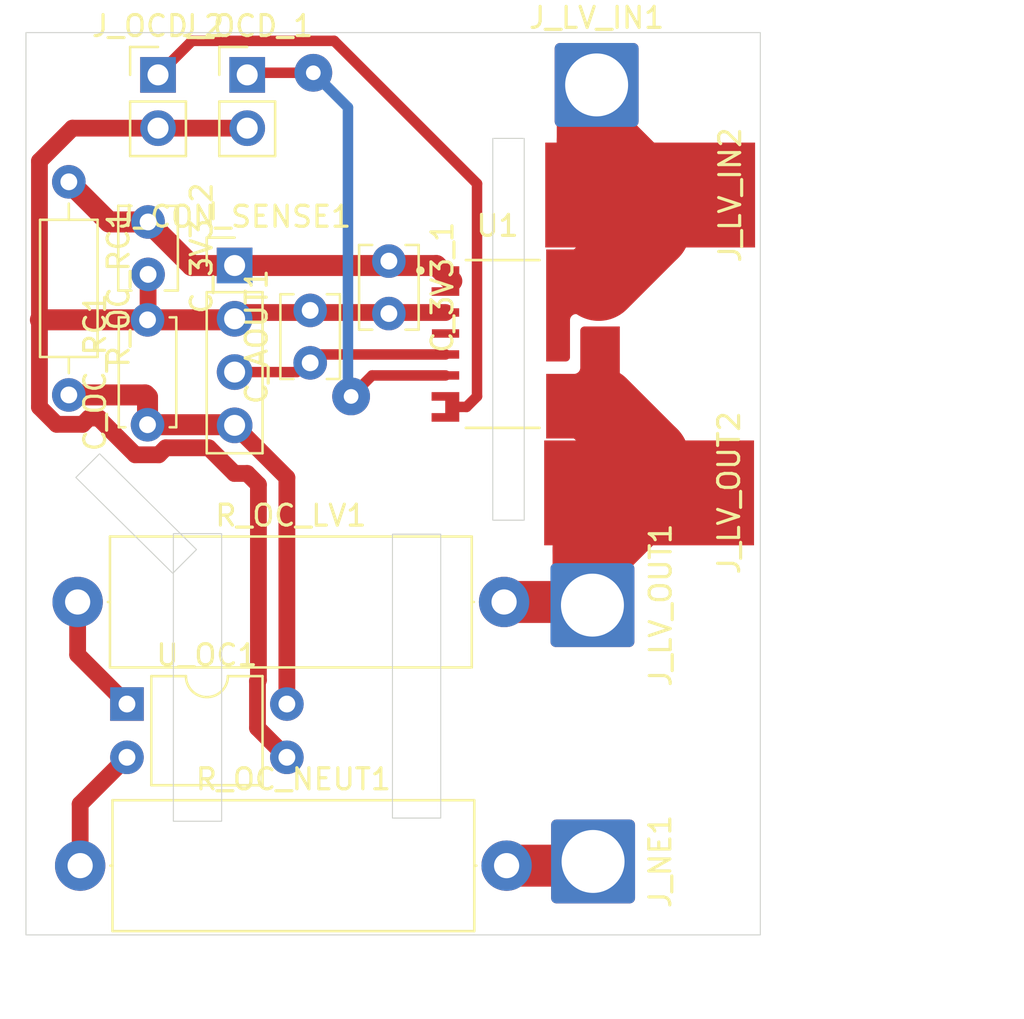
<source format=kicad_pcb>
(kicad_pcb (version 20240108) (generator "pcbnew") (generator_version "8.0")
  (layers (0 "F.Cu" signal) (31 "B.Cu" signal) (34 "B.Paste" user) (35 "F.Paste" user) (36 "B.SilkS" user "B.Silkscreen") (37 "F.SilkS" user "F.Silkscreen") (38 "B.Mask" user) (39 "F.Mask" user) (44 "Edge.Cuts" user))
  (net 0 "")
  (net 1 "GND")
  (net 2 "Net-(J_CON_SENSE1-Pin_4)")
  (net 3 "+3V3")
  (net 4 "Net-(J_CON_SENSE1-Pin_3)")
  (net 5 "Net-(J_LV_IN1-Pin_1)")
  (net 6 "Net-(J_LV_OUT1-Pin_1)")
  (net 7 "Net-(J_NE1-Pin_1)")
  (net 8 "Net-(J_OCD_1-Pin_1)")
  (net 9 "Net-(J_OCD_2-Pin_1)")
  (net 10 "Net-(R_OC_LV1-Pad1)")
  (net 11 "Net-(R_OC_NEUT1-Pad1)")
  (footprint "Connector_Wire:SolderWire-2.5sqmm_1x01_D2.4mm_OD3.6mm" (layer "F.Cu") (at 27.1344 39.7166 -90)
    (property "Reference" "J_NE1" (at 0 -3.2 90) (layer "F.SilkS"))
    (property "Value" "Conn_01x01_Socket")
    (pad "1" thru_hole roundrect (at 0 0 270) (size 4 4) (drill 3) (layers "*.Cu" "*.Mask" "In1.Cu" "In2.Cu" "In3.Cu" "In4.Cu" "In5.Cu" "In6.Cu" "In7.Cu" "In8.Cu" "In9.Cu" "In10.Cu" "In11.Cu" "In12.Cu" "In13.Cu" "In14.Cu" "In15.Cu" "In16.Cu" "In17.Cu" "In18.Cu" "In19.Cu" "In20.Cu" "In21.Cu" "In22.Cu" "In23.Cu" "In24.Cu" "In25.Cu" "In26.Cu" "In27.Cu" "In28.Cu" "In29.Cu" "In30.Cu") (roundrect_rratio 0.0625) (net 7 "Net-(J_NE1-Pin_1)"))
  )
  (footprint "Connector_Wire:SolderWirePad_1x01_SMD_5x10mm" (layer "F.Cu") (at 29.8544 7.9466 -90)
    (property "Reference" "J_LV_IN2" (at 0 -3.81 90) (layer "F.SilkS"))
    (property "Value" "Conn_01x01_Socket")
    (pad "1" smd rect (at 0 0 270) (size 5 10) (layers "F.Cu" "F.Paste" "F.Mask") (net 5 "Net-(J_LV_IN1-Pin_1)"))
  )
  (footprint "Connector_Wire:SolderWire-2.5sqmm_1x01_D2.4mm_OD3.6mm" (layer "F.Cu") (at 27.1544 27.4966 -90)
    (property "Reference" "J_LV_OUT1" (at 0 -3.2 90) (layer "F.SilkS"))
    (property "Value" "Conn_01x01_Socket")
    (pad "1" thru_hole roundrect (at 0 0.05 270) (size 4 4) (drill 3) (layers "*.Cu" "*.Mask" "In1.Cu" "In2.Cu" "In3.Cu" "In4.Cu" "In5.Cu" "In6.Cu" "In7.Cu" "In8.Cu" "In9.Cu" "In10.Cu" "In11.Cu" "In12.Cu" "In13.Cu" "In14.Cu" "In15.Cu" "In16.Cu" "In17.Cu" "In18.Cu" "In19.Cu" "In20.Cu" "In21.Cu" "In22.Cu" "In23.Cu" "In24.Cu" "In25.Cu" "In26.Cu" "In27.Cu" "In28.Cu" "In29.Cu" "In30.Cu") (roundrect_rratio 0.0625) (net 6 "Net-(J_LV_OUT1-Pin_1)"))
  )
  (footprint "Capacitor_THT:C_Disc_D3.8mm_W2.6mm_P2.50mm" (layer "F.Cu") (at 17.4044 11.0966 -90)
    (property "Reference" "C_3V3_1" (at 1.25 -2.55 90) (layer "F.SilkS"))
    (property "Value" "C")
    (fp_line (start -0.77 1.42) (end 3.27 1.42) (stroke (width 0.12)) (layer "F.SilkS"))
    (fp_line (start -0.77 0.795) (end -0.77 1.42) (stroke (width 0.12)) (layer "F.SilkS"))
    (fp_line (start 3.27 0.795) (end 3.27 1.42) (stroke (width 0.12)) (layer "F.SilkS"))
    (fp_line (start -0.77 -1.42) (end -0.77 -0.795) (stroke (width 0.12)) (layer "F.SilkS"))
    (fp_line (start -0.77 -1.42) (end 3.27 -1.42) (stroke (width 0.12)) (layer "F.SilkS"))
    (fp_line (start 3.27 -1.42) (end 3.27 -0.795) (stroke (width 0.12)) (layer "F.SilkS"))
    (pad "1" thru_hole circle (at 0 0 270) (size 1.6 1.6) (drill 0.8) (layers "*.Cu" "*.Mask" "In1.Cu" "In2.Cu" "In3.Cu" "In4.Cu" "In5.Cu" "In6.Cu" "In7.Cu" "In8.Cu" "In9.Cu" "In10.Cu" "In11.Cu" "In12.Cu" "In13.Cu" "In14.Cu" "In15.Cu" "In16.Cu" "In17.Cu" "In18.Cu" "In19.Cu" "In20.Cu" "In21.Cu" "In22.Cu" "In23.Cu" "In24.Cu" "In25.Cu" "In26.Cu" "In27.Cu" "In28.Cu" "In29.Cu" "In30.Cu") (net 3 "+3V3"))
    (pad "2" thru_hole circle (at 2.5 0 270) (size 1.6 1.6) (drill 0.8) (layers "*.Cu" "*.Mask" "In1.Cu" "In2.Cu" "In3.Cu" "In4.Cu" "In5.Cu" "In6.Cu" "In7.Cu" "In8.Cu" "In9.Cu" "In10.Cu" "In11.Cu" "In12.Cu" "In13.Cu" "In14.Cu" "In15.Cu" "In16.Cu" "In17.Cu" "In18.Cu" "In19.Cu" "In20.Cu" "In21.Cu" "In22.Cu" "In23.Cu" "In24.Cu" "In25.Cu" "In26.Cu" "In27.Cu" "In28.Cu" "In29.Cu" "In30.Cu") (net 1 "GND"))
  )
  (footprint "Resistor_THT:R_Axial_DIN0617_L17.0mm_D6.0mm_P20.32mm_Horizontal" (layer "F.Cu") (at 2.5744 27.3466)
    (property "Reference" "R_OC_LV1" (at 10.16 -4.12 0) (layer "F.SilkS"))
    (property "Value" "100KR")
    (fp_line (start 1.44 0) (end 1.54 0) (stroke (width 0.12)) (layer "F.SilkS"))
    (fp_line (start 1.54 -3.12) (end 1.54 3.12) (stroke (width 0.12)) (layer "F.SilkS"))
    (fp_line (start 1.54 3.12) (end 18.78 3.12) (stroke (width 0.12)) (layer "F.SilkS"))
    (fp_line (start 18.78 -3.12) (end 1.54 -3.12) (stroke (width 0.12)) (layer "F.SilkS"))
    (fp_line (start 18.78 3.12) (end 18.78 -3.12) (stroke (width 0.12)) (layer "F.SilkS"))
    (fp_line (start 18.88 0) (end 18.78 0) (stroke (width 0.12)) (layer "F.SilkS"))
    (pad "1" thru_hole circle (at 0 0) (size 2.4 2.4) (drill 1.2) (layers "*.Cu" "*.Mask" "In1.Cu" "In2.Cu" "In3.Cu" "In4.Cu" "In5.Cu" "In6.Cu" "In7.Cu" "In8.Cu" "In9.Cu" "In10.Cu" "In11.Cu" "In12.Cu" "In13.Cu" "In14.Cu" "In15.Cu" "In16.Cu" "In17.Cu" "In18.Cu" "In19.Cu" "In20.Cu" "In21.Cu" "In22.Cu" "In23.Cu" "In24.Cu" "In25.Cu" "In26.Cu" "In27.Cu" "In28.Cu" "In29.Cu" "In30.Cu") (net 10 "Net-(R_OC_LV1-Pad1)"))
    (pad "2" thru_hole oval (at 20.32 0) (size 2.4 2.4) (drill 1.2) (layers "*.Cu" "*.Mask" "In1.Cu" "In2.Cu" "In3.Cu" "In4.Cu" "In5.Cu" "In6.Cu" "In7.Cu" "In8.Cu" "In9.Cu" "In10.Cu" "In11.Cu" "In12.Cu" "In13.Cu" "In14.Cu" "In15.Cu" "In16.Cu" "In17.Cu" "In18.Cu" "In19.Cu" "In20.Cu" "In21.Cu" "In22.Cu" "In23.Cu" "In24.Cu" "In25.Cu" "In26.Cu" "In27.Cu" "In28.Cu" "In29.Cu" "In30.Cu") (net 6 "Net-(J_LV_OUT1-Pin_1)"))
  )
  (footprint "TLI4971A050T5UE0001XUMA1:IC_TLI4971A050T5UE0001XUMA1" (layer "F.Cu") (at 23.9044 15.0466)
    (property "Reference" "U1" (at -1.325 -5.635 0) (layer "F.SilkS"))
    (property "Value" "TLI4971A050T5UE0001XUMA1")
    (fp_line (start -2.83 -4) (end 0.68 -4) (stroke (width 0.127)) (layer "F.SilkS"))
    (fp_line (start -2.83 4) (end 0.68 4) (stroke (width 0.127)) (layer "F.SilkS"))
    (fp_circle (center -5 -3.5) (end -4.9 -3.5) (stroke (width 0.2)) (fill none) (layer "F.SilkS"))
    (pad "1" smd custom (at -3.5 -3) (size 0.4 0.4) (layers "F.Cu") (net 3 "+3V3") (options (clearance outline) (anchor rect)) (primitives (gr_poly (pts (xy 0.35 -0.7) (xy 0.35 0.7) (xy -0.96 0.7) (xy -0.96 0.3) (xy -0.31 0.3) (xy -0.31 -0.3) (xy -0.96 -0.3) (xy -0.96 -0.7)) (width 0.01) (fill yes))))
    (pad "2" smd rect (at -3.8 -1.5) (size 1.3 0.4) (layers "F.Cu" "F.Mask") (net 1 "GND"))
    (pad "3" smd rect (at -3.8 -0.5) (size 1.3 0.4) (layers "F.Cu" "F.Mask"))
    (pad "4" smd rect (at -3.8 0.5) (size 1.3 0.4) (layers "F.Cu" "F.Mask") (net 4 "Net-(J_CON_SENSE1-Pin_3)"))
    (pad "5" smd rect (at -3.8 1.5) (size 1.3 0.4) (layers "F.Cu" "F.Mask") (net 8 "Net-(J_OCD_1-Pin_1)"))
    (pad "6" smd custom (at -3.5 3) (size 0.4 0.4) (layers "F.Cu") (net 9 "Net-(J_OCD_2-Pin_1)") (options (clearance outline) (anchor rect)) (primitives (gr_poly (pts (xy 0.35 -0.7) (xy 0.35 0.7) (xy -0.96 0.7) (xy -0.96 0.3) (xy -0.31 0.3) (xy -0.31 -0.3) (xy -0.96 -0.3) (xy -0.96 -0.7)) (width 0.01) (fill yes))))
    (pad "7" smd custom (at 3.5 3) (size 0.4 0.4) (layers "F.Cu") (net 6 "Net-(J_LV_OUT1-Pin_1)") (options (clearance outline) (anchor rect)) (primitives (gr_poly (pts (xy 1 1.5) (xy -2.5 1.5) (xy -2.5 -1.57) (xy -1.175 -1.57) (xy -1.159 -1.57) (xy -1.144 -1.572) (xy -1.128 -1.574) (xy -1.113 -1.577) (xy -1.097 -1.58) (xy -1.082 -1.585) (xy -1.067 -1.59) (xy -1.053 -1.596) (xy -1.039 -1.603) (xy -1.025 -1.61) (xy -1.012 -1.618) (xy -0.999 -1.627) (xy -0.986 -1.637) (xy -0.974 -1.647) (xy -0.963 -1.658) (xy -0.952 -1.669) (xy -0.942 -1.681) (xy -0.932 -1.694) (xy -0.923 -1.707) (xy -0.915 -1.72) (xy -0.908 -1.734) (xy -0.901 -1.748) (xy -0.895 -1.762) (xy -0.89 -1.777) (xy -0.885 -1.792) (xy -0.882 -1.808) (xy -0.879 -1.823) (xy -0.877 -1.839) (xy -0.875 -1.854) (xy -0.875 -1.87) (xy -0.875 -3.63) (xy -0.875 -3.64) (xy -0.874 -3.651) (xy -0.873 -3.661) (xy -0.871 -3.672) (xy -0.868 -3.682) (xy -0.865 -3.692) (xy -0.862 -3.702) (xy -0.858 -3.711) (xy -0.853 -3.721) (xy -0.848 -3.73) (xy -0.843 -3.739) (xy -0.837 -3.748) (xy -0.83 -3.756) (xy -0.824 -3.764) (xy -0.816 -3.771) (xy -0.809 -3.779) (xy -0.801 -3.785) (xy -0.793 -3.792) (xy -0.784 -3.798) (xy -0.775 -3.803) (xy -0.766 -3.808) (xy -0.756 -3.813) (xy -0.747 -3.817) (xy -0.737 -3.82) (xy -0.727 -3.823) (xy -0.717 -3.826) (xy -0.706 -3.828) (xy -0.696 -3.829) (xy -0.685 -3.83) (xy -0.675 -3.83) (xy 1 -3.83) (xy 1 1.5)) (width 0.01) (fill yes))))
    (pad "8" smd custom (at 3.5 -3) (size 0.4 0.4) (layers "F.Cu") (net 5 "Net-(J_LV_IN1-Pin_1)") (options (clearance outline) (anchor rect)) (primitives (gr_poly (pts (xy -2.5 -1.5) (xy -2.5 3.83) (xy -1.575 3.83) (xy -1.565 3.83) (xy -1.554 3.829) (xy -1.544 3.828) (xy -1.533 3.826) (xy -1.523 3.823) (xy -1.513 3.82) (xy -1.503 3.817) (xy -1.494 3.813) (xy -1.484 3.808) (xy -1.475 3.803) (xy -1.466 3.798) (xy -1.457 3.792) (xy -1.449 3.785) (xy -1.441 3.779) (xy -1.434 3.771) (xy -1.426 3.764) (xy -1.42 3.756) (xy -1.413 3.748) (xy -1.407 3.739) (xy -1.402 3.73) (xy -1.397 3.721) (xy -1.392 3.711) (xy -1.388 3.702) (xy -1.385 3.692) (xy -1.382 3.682) (xy -1.379 3.672) (xy -1.377 3.661) (xy -1.376 3.651) (xy -1.375 3.64) (xy -1.375 3.63) (xy -1.375 1.87) (xy -1.375 1.854) (xy -1.373 1.839) (xy -1.371 1.823) (xy -1.368 1.808) (xy -1.365 1.792) (xy -1.36 1.777) (xy -1.355 1.762) (xy -1.349 1.748) (xy -1.342 1.734) (xy -1.335 1.72) (xy -1.327 1.707) (xy -1.318 1.694) (xy -1.308 1.681) (xy -1.298 1.669) (xy -1.287 1.658) (xy -1.276 1.647) (xy -1.264 1.637) (xy -1.251 1.627) (xy -1.238 1.618) (xy -1.225 1.61) (xy -1.211 1.603) (xy -1.197 1.596) (xy -1.183 1.59) (xy -1.168 1.585) (xy -1.153 1.58) (xy -1.137 1.577) (xy -1.122 1.574) (xy -1.106 1.572) (xy -1.091 1.57) (xy -1.075 1.57) (xy 1 1.57) (xy 1 -1.5) (xy -2.5 -1.5)) (width 0.01) (fill yes))))
  )
  (footprint "Capacitor_THT:C_Disc_D3.8mm_W2.6mm_P2.50mm" (layer "F.Cu") (at 13.6544 15.9466 90)
    (property "Reference" "C_AOUT1" (at 1.25 -2.55 90) (layer "F.SilkS"))
    (property "Value" "C")
    (fp_line (start 3.27 -1.42) (end 3.27 -0.795) (stroke (width 0.12)) (layer "F.SilkS"))
    (fp_line (start -0.77 -1.42) (end 3.27 -1.42) (stroke (width 0.12)) (layer "F.SilkS"))
    (fp_line (start -0.77 -1.42) (end -0.77 -0.795) (stroke (width 0.12)) (layer "F.SilkS"))
    (fp_line (start 3.27 0.795) (end 3.27 1.42) (stroke (width 0.12)) (layer "F.SilkS"))
    (fp_line (start -0.77 0.795) (end -0.77 1.42) (stroke (width 0.12)) (layer "F.SilkS"))
    (fp_line (start -0.77 1.42) (end 3.27 1.42) (stroke (width 0.12)) (layer "F.SilkS"))
    (pad "1" thru_hole circle (at 0 0 90) (size 1.6 1.6) (drill 0.8) (layers "*.Cu" "*.Mask" "In1.Cu" "In2.Cu" "In3.Cu" "In4.Cu" "In5.Cu" "In6.Cu" "In7.Cu" "In8.Cu" "In9.Cu" "In10.Cu" "In11.Cu" "In12.Cu" "In13.Cu" "In14.Cu" "In15.Cu" "In16.Cu" "In17.Cu" "In18.Cu" "In19.Cu" "In20.Cu" "In21.Cu" "In22.Cu" "In23.Cu" "In24.Cu" "In25.Cu" "In26.Cu" "In27.Cu" "In28.Cu" "In29.Cu" "In30.Cu") (net 4 "Net-(J_CON_SENSE1-Pin_3)"))
    (pad "2" thru_hole circle (at 2.5 0 90) (size 1.6 1.6) (drill 0.8) (layers "*.Cu" "*.Mask" "In1.Cu" "In2.Cu" "In3.Cu" "In4.Cu" "In5.Cu" "In6.Cu" "In7.Cu" "In8.Cu" "In9.Cu" "In10.Cu" "In11.Cu" "In12.Cu" "In13.Cu" "In14.Cu" "In15.Cu" "In16.Cu" "In17.Cu" "In18.Cu" "In19.Cu" "In20.Cu" "In21.Cu" "In22.Cu" "In23.Cu" "In24.Cu" "In25.Cu" "In26.Cu" "In27.Cu" "In28.Cu" "In29.Cu" "In30.Cu") (net 1 "GND"))
  )
  (footprint "Resistor_THT:R_Axial_DIN0617_L17.0mm_D6.0mm_P20.32mm_Horizontal" (layer "F.Cu") (at 2.6944 39.9166)
    (property "Reference" "R_OC_NEUT1" (at 10.16 -4.12 0) (layer "F.SilkS"))
    (property "Value" "100KR")
    (fp_line (start 1.44 0) (end 1.54 0) (stroke (width 0.12)) (layer "F.SilkS"))
    (fp_line (start 1.54 -3.12) (end 1.54 3.12) (stroke (width 0.12)) (layer "F.SilkS"))
    (fp_line (start 1.54 3.12) (end 18.78 3.12) (stroke (width 0.12)) (layer "F.SilkS"))
    (fp_line (start 18.78 -3.12) (end 1.54 -3.12) (stroke (width 0.12)) (layer "F.SilkS"))
    (fp_line (start 18.78 3.12) (end 18.78 -3.12) (stroke (width 0.12)) (layer "F.SilkS"))
    (fp_line (start 18.88 0) (end 18.78 0) (stroke (width 0.12)) (layer "F.SilkS"))
    (pad "1" thru_hole circle (at 0 0) (size 2.4 2.4) (drill 1.2) (layers "*.Cu" "*.Mask" "In1.Cu" "In2.Cu" "In3.Cu" "In4.Cu" "In5.Cu" "In6.Cu" "In7.Cu" "In8.Cu" "In9.Cu" "In10.Cu" "In11.Cu" "In12.Cu" "In13.Cu" "In14.Cu" "In15.Cu" "In16.Cu" "In17.Cu" "In18.Cu" "In19.Cu" "In20.Cu" "In21.Cu" "In22.Cu" "In23.Cu" "In24.Cu" "In25.Cu" "In26.Cu" "In27.Cu" "In28.Cu" "In29.Cu" "In30.Cu") (net 11 "Net-(R_OC_NEUT1-Pad1)"))
    (pad "2" thru_hole oval (at 20.32 0) (size 2.4 2.4) (drill 1.2) (layers "*.Cu" "*.Mask" "In1.Cu" "In2.Cu" "In3.Cu" "In4.Cu" "In5.Cu" "In6.Cu" "In7.Cu" "In8.Cu" "In9.Cu" "In10.Cu" "In11.Cu" "In12.Cu" "In13.Cu" "In14.Cu" "In15.Cu" "In16.Cu" "In17.Cu" "In18.Cu" "In19.Cu" "In20.Cu" "In21.Cu" "In22.Cu" "In23.Cu" "In24.Cu" "In25.Cu" "In26.Cu" "In27.Cu" "In28.Cu" "In29.Cu" "In30.Cu") (net 7 "Net-(J_NE1-Pin_1)"))
  )
  (footprint "Capacitor_THT:C_Disc_D5.0mm_W2.5mm_P5.00mm" (layer "F.Cu") (at 5.9044 18.8966 90)
    (property "Reference" "C_OC_RC1" (at 2.5 -2.5 90) (layer "F.SilkS"))
    (property "Value" "C")
    (fp_line (start 5.12 -1.37) (end 5.12 -1.055) (stroke (width 0.12)) (layer "F.SilkS"))
    (fp_line (start -0.12 -1.37) (end 5.12 -1.37) (stroke (width 0.12)) (layer "F.SilkS"))
    (fp_line (start -0.12 -1.37) (end -0.12 -1.055) (stroke (width 0.12)) (layer "F.SilkS"))
    (fp_line (start 5.12 1.055) (end 5.12 1.37) (stroke (width 0.12)) (layer "F.SilkS"))
    (fp_line (start -0.12 1.055) (end -0.12 1.37) (stroke (width 0.12)) (layer "F.SilkS"))
    (fp_line (start -0.12 1.37) (end 5.12 1.37) (stroke (width 0.12)) (layer "F.SilkS"))
    (pad "1" thru_hole circle (at 0 0 90) (size 1.6 1.6) (drill 0.8) (layers "*.Cu" "*.Mask" "In1.Cu" "In2.Cu" "In3.Cu" "In4.Cu" "In5.Cu" "In6.Cu" "In7.Cu" "In8.Cu" "In9.Cu" "In10.Cu" "In11.Cu" "In12.Cu" "In13.Cu" "In14.Cu" "In15.Cu" "In16.Cu" "In17.Cu" "In18.Cu" "In19.Cu" "In20.Cu" "In21.Cu" "In22.Cu" "In23.Cu" "In24.Cu" "In25.Cu" "In26.Cu" "In27.Cu" "In28.Cu" "In29.Cu" "In30.Cu") (net 2 "Net-(J_CON_SENSE1-Pin_4)"))
    (pad "2" thru_hole circle (at 5 0 90) (size 1.6 1.6) (drill 0.8) (layers "*.Cu" "*.Mask" "In1.Cu" "In2.Cu" "In3.Cu" "In4.Cu" "In5.Cu" "In6.Cu" "In7.Cu" "In8.Cu" "In9.Cu" "In10.Cu" "In11.Cu" "In12.Cu" "In13.Cu" "In14.Cu" "In15.Cu" "In16.Cu" "In17.Cu" "In18.Cu" "In19.Cu" "In20.Cu" "In21.Cu" "In22.Cu" "In23.Cu" "In24.Cu" "In25.Cu" "In26.Cu" "In27.Cu" "In28.Cu" "In29.Cu" "In30.Cu") (net 1 "GND"))
  )
  (footprint "Connector_PinHeader_2.54mm:PinHeader_1x02_P2.54mm_Vertical" (layer "F.Cu") (at 10.6544 2.218)
    (property "Reference" "J_OCD_1" (at 0 -2.33 0) (layer "F.SilkS"))
    (property "Value" "Conn_01x02_Socket")
    (fp_line (start -1.33 -1.33) (end 0 -1.33) (stroke (width 0.12)) (layer "F.SilkS"))
    (fp_line (start -1.33 0) (end -1.33 -1.33) (stroke (width 0.12)) (layer "F.SilkS"))
    (fp_line (start -1.33 1.27) (end -1.33 3.87) (stroke (width 0.12)) (layer "F.SilkS"))
    (fp_line (start -1.33 1.27) (end 1.33 1.27) (stroke (width 0.12)) (layer "F.SilkS"))
    (fp_line (start -1.33 3.87) (end 1.33 3.87) (stroke (width 0.12)) (layer "F.SilkS"))
    (fp_line (start 1.33 1.27) (end 1.33 3.87) (stroke (width 0.12)) (layer "F.SilkS"))
    (pad "1" thru_hole rect (at 0 0) (size 1.7 1.7) (drill 1) (layers "*.Cu" "*.Mask" "In1.Cu" "In2.Cu" "In3.Cu" "In4.Cu" "In5.Cu" "In6.Cu" "In7.Cu" "In8.Cu" "In9.Cu" "In10.Cu" "In11.Cu" "In12.Cu" "In13.Cu" "In14.Cu" "In15.Cu" "In16.Cu" "In17.Cu" "In18.Cu" "In19.Cu" "In20.Cu" "In21.Cu" "In22.Cu" "In23.Cu" "In24.Cu" "In25.Cu" "In26.Cu" "In27.Cu" "In28.Cu" "In29.Cu" "In30.Cu") (net 8 "Net-(J_OCD_1-Pin_1)"))
    (pad "2" thru_hole oval (at 0 2.54) (size 1.7 1.7) (drill 1) (layers "*.Cu" "*.Mask" "In1.Cu" "In2.Cu" "In3.Cu" "In4.Cu" "In5.Cu" "In6.Cu" "In7.Cu" "In8.Cu" "In9.Cu" "In10.Cu" "In11.Cu" "In12.Cu" "In13.Cu" "In14.Cu" "In15.Cu" "In16.Cu" "In17.Cu" "In18.Cu" "In19.Cu" "In20.Cu" "In21.Cu" "In22.Cu" "In23.Cu" "In24.Cu" "In25.Cu" "In26.Cu" "In27.Cu" "In28.Cu" "In29.Cu" "In30.Cu") (net 1 "GND"))
  )
  (footprint "Package_DIP:DIP-4_W7.62mm" (layer "F.Cu") (at 4.9244 32.212)
    (property "Reference" "U_OC1" (at 3.81 -2.33 0) (layer "F.SilkS"))
    (property "Value" "LTV-814")
    (fp_line (start 1.16 -1.33) (end 1.16 3.87) (stroke (width 0.12)) (layer "F.SilkS"))
    (fp_line (start 1.16 3.87) (end 6.46 3.87) (stroke (width 0.12)) (layer "F.SilkS"))
    (fp_line (start 2.81 -1.33) (end 1.16 -1.33) (stroke (width 0.12)) (layer "F.SilkS"))
    (fp_line (start 6.46 -1.33) (end 4.81 -1.33) (stroke (width 0.12)) (layer "F.SilkS"))
    (fp_line (start 6.46 3.87) (end 6.46 -1.33) (stroke (width 0.12)) (layer "F.SilkS"))
    (fp_arc (start 4.81 -1.33) (mid 3.81 -0.33) (end 2.81 -1.33) (stroke (width 0.12)) (layer "F.SilkS"))
    (pad "1" thru_hole rect (at 0 0) (size 1.6 1.6) (drill 0.8) (layers "*.Cu" "*.Mask" "In1.Cu" "In2.Cu" "In3.Cu" "In4.Cu" "In5.Cu" "In6.Cu" "In7.Cu" "In8.Cu" "In9.Cu" "In10.Cu" "In11.Cu" "In12.Cu" "In13.Cu" "In14.Cu" "In15.Cu" "In16.Cu" "In17.Cu" "In18.Cu" "In19.Cu" "In20.Cu" "In21.Cu" "In22.Cu" "In23.Cu" "In24.Cu" "In25.Cu" "In26.Cu" "In27.Cu" "In28.Cu" "In29.Cu" "In30.Cu") (net 10 "Net-(R_OC_LV1-Pad1)"))
    (pad "2" thru_hole oval (at 0 2.54) (size 1.6 1.6) (drill 0.8) (layers "*.Cu" "*.Mask" "In1.Cu" "In2.Cu" "In3.Cu" "In4.Cu" "In5.Cu" "In6.Cu" "In7.Cu" "In8.Cu" "In9.Cu" "In10.Cu" "In11.Cu" "In12.Cu" "In13.Cu" "In14.Cu" "In15.Cu" "In16.Cu" "In17.Cu" "In18.Cu" "In19.Cu" "In20.Cu" "In21.Cu" "In22.Cu" "In23.Cu" "In24.Cu" "In25.Cu" "In26.Cu" "In27.Cu" "In28.Cu" "In29.Cu" "In30.Cu") (net 11 "Net-(R_OC_NEUT1-Pad1)"))
    (pad "3" thru_hole oval (at 7.62 2.54) (size 1.6 1.6) (drill 0.8) (layers "*.Cu" "*.Mask" "In1.Cu" "In2.Cu" "In3.Cu" "In4.Cu" "In5.Cu" "In6.Cu" "In7.Cu" "In8.Cu" "In9.Cu" "In10.Cu" "In11.Cu" "In12.Cu" "In13.Cu" "In14.Cu" "In15.Cu" "In16.Cu" "In17.Cu" "In18.Cu" "In19.Cu" "In20.Cu" "In21.Cu" "In22.Cu" "In23.Cu" "In24.Cu" "In25.Cu" "In26.Cu" "In27.Cu" "In28.Cu" "In29.Cu" "In30.Cu") (net 1 "GND"))
    (pad "4" thru_hole oval (at 7.62 0) (size 1.6 1.6) (drill 0.8) (layers "*.Cu" "*.Mask" "In1.Cu" "In2.Cu" "In3.Cu" "In4.Cu" "In5.Cu" "In6.Cu" "In7.Cu" "In8.Cu" "In9.Cu" "In10.Cu" "In11.Cu" "In12.Cu" "In13.Cu" "In14.Cu" "In15.Cu" "In16.Cu" "In17.Cu" "In18.Cu" "In19.Cu" "In20.Cu" "In21.Cu" "In22.Cu" "In23.Cu" "In24.Cu" "In25.Cu" "In26.Cu" "In27.Cu" "In28.Cu" "In29.Cu" "In30.Cu") (net 2 "Net-(J_CON_SENSE1-Pin_4)"))
  )
  (footprint "Connector_Wire:SolderWirePad_1x01_SMD_5x10mm" (layer "F.Cu") (at 29.8044 22.1466 -90)
    (property "Reference" "J_LV_OUT2" (at 0 -3.81 90) (layer "F.SilkS"))
    (property "Value" "Conn_01x01_Socket")
    (pad "1" smd rect (at 0 0 270) (size 5 10) (layers "F.Cu" "F.Paste" "F.Mask") (net 6 "Net-(J_LV_OUT1-Pin_1)"))
  )
  (footprint "Capacitor_THT:C_Disc_D3.8mm_W2.6mm_P2.50mm" (layer "F.Cu") (at 5.9304 9.23 -90)
    (property "Reference" "C_3V3_2" (at 1.25 -2.55 90) (layer "F.SilkS"))
    (property "Value" "C")
    (fp_line (start -0.77 1.42) (end 3.27 1.42) (stroke (width 0.12)) (layer "F.SilkS"))
    (fp_line (start -0.77 0.795) (end -0.77 1.42) (stroke (width 0.12)) (layer "F.SilkS"))
    (fp_line (start 3.27 0.795) (end 3.27 1.42) (stroke (width 0.12)) (layer "F.SilkS"))
    (fp_line (start -0.77 -1.42) (end -0.77 -0.795) (stroke (width 0.12)) (layer "F.SilkS"))
    (fp_line (start -0.77 -1.42) (end 3.27 -1.42) (stroke (width 0.12)) (layer "F.SilkS"))
    (fp_line (start 3.27 -1.42) (end 3.27 -0.795) (stroke (width 0.12)) (layer "F.SilkS"))
    (pad "1" thru_hole circle (at 0 0 270) (size 1.6 1.6) (drill 0.8) (layers "*.Cu" "*.Mask" "In1.Cu" "In2.Cu" "In3.Cu" "In4.Cu" "In5.Cu" "In6.Cu" "In7.Cu" "In8.Cu" "In9.Cu" "In10.Cu" "In11.Cu" "In12.Cu" "In13.Cu" "In14.Cu" "In15.Cu" "In16.Cu" "In17.Cu" "In18.Cu" "In19.Cu" "In20.Cu" "In21.Cu" "In22.Cu" "In23.Cu" "In24.Cu" "In25.Cu" "In26.Cu" "In27.Cu" "In28.Cu" "In29.Cu" "In30.Cu") (net 3 "+3V3"))
    (pad "2" thru_hole circle (at 2.5 0 270) (size 1.6 1.6) (drill 0.8) (layers "*.Cu" "*.Mask" "In1.Cu" "In2.Cu" "In3.Cu" "In4.Cu" "In5.Cu" "In6.Cu" "In7.Cu" "In8.Cu" "In9.Cu" "In10.Cu" "In11.Cu" "In12.Cu" "In13.Cu" "In14.Cu" "In15.Cu" "In16.Cu" "In17.Cu" "In18.Cu" "In19.Cu" "In20.Cu" "In21.Cu" "In22.Cu" "In23.Cu" "In24.Cu" "In25.Cu" "In26.Cu" "In27.Cu" "In28.Cu" "In29.Cu" "In30.Cu") (net 1 "GND"))
  )
  (footprint "Connector_Wire:SolderWire-2.5sqmm_1x01_D2.4mm_OD3.6mm" (layer "F.Cu") (at 27.3044 2.6966)
    (property "Reference" "J_LV_IN1" (at 0 -3.2 0) (layer "F.SilkS"))
    (property "Value" "Conn_01x01_Socket")
    (pad "1" thru_hole roundrect (at 0 0) (size 4 4) (drill 3) (layers "*.Cu" "*.Mask" "In1.Cu" "In2.Cu" "In3.Cu" "In4.Cu" "In5.Cu" "In6.Cu" "In7.Cu" "In8.Cu" "In9.Cu" "In10.Cu" "In11.Cu" "In12.Cu" "In13.Cu" "In14.Cu" "In15.Cu" "In16.Cu" "In17.Cu" "In18.Cu" "In19.Cu" "In20.Cu" "In21.Cu" "In22.Cu" "In23.Cu" "In24.Cu" "In25.Cu" "In26.Cu" "In27.Cu" "In28.Cu" "In29.Cu" "In30.Cu") (roundrect_rratio 0.0625) (net 5 "Net-(J_LV_IN1-Pin_1)"))
  )
  (footprint "Connector_PinHeader_2.54mm:PinHeader_1x02_P2.54mm_Vertical" (layer "F.Cu") (at 6.4044 2.218)
    (property "Reference" "J_OCD_2" (at 0 -2.33 0) (layer "F.SilkS"))
    (property "Value" "Conn_01x02_Socket")
    (fp_line (start -1.33 -1.33) (end 0 -1.33) (stroke (width 0.12)) (layer "F.SilkS"))
    (fp_line (start -1.33 0) (end -1.33 -1.33) (stroke (width 0.12)) (layer "F.SilkS"))
    (fp_line (start -1.33 1.27) (end -1.33 3.87) (stroke (width 0.12)) (layer "F.SilkS"))
    (fp_line (start -1.33 1.27) (end 1.33 1.27) (stroke (width 0.12)) (layer "F.SilkS"))
    (fp_line (start -1.33 3.87) (end 1.33 3.87) (stroke (width 0.12)) (layer "F.SilkS"))
    (fp_line (start 1.33 1.27) (end 1.33 3.87) (stroke (width 0.12)) (layer "F.SilkS"))
    (pad "1" thru_hole rect (at 0 0) (size 1.7 1.7) (drill 1) (layers "*.Cu" "*.Mask" "In1.Cu" "In2.Cu" "In3.Cu" "In4.Cu" "In5.Cu" "In6.Cu" "In7.Cu" "In8.Cu" "In9.Cu" "In10.Cu" "In11.Cu" "In12.Cu" "In13.Cu" "In14.Cu" "In15.Cu" "In16.Cu" "In17.Cu" "In18.Cu" "In19.Cu" "In20.Cu" "In21.Cu" "In22.Cu" "In23.Cu" "In24.Cu" "In25.Cu" "In26.Cu" "In27.Cu" "In28.Cu" "In29.Cu" "In30.Cu") (net 9 "Net-(J_OCD_2-Pin_1)"))
    (pad "2" thru_hole oval (at 0 2.54) (size 1.7 1.7) (drill 1) (layers "*.Cu" "*.Mask" "In1.Cu" "In2.Cu" "In3.Cu" "In4.Cu" "In5.Cu" "In6.Cu" "In7.Cu" "In8.Cu" "In9.Cu" "In10.Cu" "In11.Cu" "In12.Cu" "In13.Cu" "In14.Cu" "In15.Cu" "In16.Cu" "In17.Cu" "In18.Cu" "In19.Cu" "In20.Cu" "In21.Cu" "In22.Cu" "In23.Cu" "In24.Cu" "In25.Cu" "In26.Cu" "In27.Cu" "In28.Cu" "In29.Cu" "In30.Cu") (net 1 "GND"))
  )
  (footprint "Connector_PinHeader_2.54mm:PinHeader_1x04_P2.54mm_Vertical" (layer "F.Cu") (at 10.0544 11.3066)
    (property "Reference" "J_CON_SENSE1" (at 0 -2.33 0) (layer "F.SilkS"))
    (property "Value" "Conn_01x04_Socket")
    (fp_line (start -1.33 -1.33) (end 0 -1.33) (stroke (width 0.12)) (layer "F.SilkS"))
    (fp_line (start -1.33 0) (end -1.33 -1.33) (stroke (width 0.12)) (layer "F.SilkS"))
    (fp_line (start -1.33 1.27) (end -1.33 8.95) (stroke (width 0.12)) (layer "F.SilkS"))
    (fp_line (start -1.33 1.27) (end 1.33 1.27) (stroke (width 0.12)) (layer "F.SilkS"))
    (fp_line (start -1.33 8.95) (end 1.33 8.95) (stroke (width 0.12)) (layer "F.SilkS"))
    (fp_line (start 1.33 1.27) (end 1.33 8.95) (stroke (width 0.12)) (layer "F.SilkS"))
    (pad "1" thru_hole rect (at 0 0) (size 1.7 1.7) (drill 1) (layers "*.Cu" "*.Mask" "In1.Cu" "In2.Cu" "In3.Cu" "In4.Cu" "In5.Cu" "In6.Cu" "In7.Cu" "In8.Cu" "In9.Cu" "In10.Cu" "In11.Cu" "In12.Cu" "In13.Cu" "In14.Cu" "In15.Cu" "In16.Cu" "In17.Cu" "In18.Cu" "In19.Cu" "In20.Cu" "In21.Cu" "In22.Cu" "In23.Cu" "In24.Cu" "In25.Cu" "In26.Cu" "In27.Cu" "In28.Cu" "In29.Cu" "In30.Cu") (net 3 "+3V3"))
    (pad "2" thru_hole oval (at 0 2.54) (size 1.7 1.7) (drill 1) (layers "*.Cu" "*.Mask" "In1.Cu" "In2.Cu" "In3.Cu" "In4.Cu" "In5.Cu" "In6.Cu" "In7.Cu" "In8.Cu" "In9.Cu" "In10.Cu" "In11.Cu" "In12.Cu" "In13.Cu" "In14.Cu" "In15.Cu" "In16.Cu" "In17.Cu" "In18.Cu" "In19.Cu" "In20.Cu" "In21.Cu" "In22.Cu" "In23.Cu" "In24.Cu" "In25.Cu" "In26.Cu" "In27.Cu" "In28.Cu" "In29.Cu" "In30.Cu") (net 1 "GND"))
    (pad "3" thru_hole oval (at 0 5.08) (size 1.7 1.7) (drill 1) (layers "*.Cu" "*.Mask" "In1.Cu" "In2.Cu" "In3.Cu" "In4.Cu" "In5.Cu" "In6.Cu" "In7.Cu" "In8.Cu" "In9.Cu" "In10.Cu" "In11.Cu" "In12.Cu" "In13.Cu" "In14.Cu" "In15.Cu" "In16.Cu" "In17.Cu" "In18.Cu" "In19.Cu" "In20.Cu" "In21.Cu" "In22.Cu" "In23.Cu" "In24.Cu" "In25.Cu" "In26.Cu" "In27.Cu" "In28.Cu" "In29.Cu" "In30.Cu") (net 4 "Net-(J_CON_SENSE1-Pin_3)"))
    (pad "4" thru_hole oval (at 0 7.62) (size 1.7 1.7) (drill 1) (layers "*.Cu" "*.Mask" "In1.Cu" "In2.Cu" "In3.Cu" "In4.Cu" "In5.Cu" "In6.Cu" "In7.Cu" "In8.Cu" "In9.Cu" "In10.Cu" "In11.Cu" "In12.Cu" "In13.Cu" "In14.Cu" "In15.Cu" "In16.Cu" "In17.Cu" "In18.Cu" "In19.Cu" "In20.Cu" "In21.Cu" "In22.Cu" "In23.Cu" "In24.Cu" "In25.Cu" "In26.Cu" "In27.Cu" "In28.Cu" "In29.Cu" "In30.Cu") (net 2 "Net-(J_CON_SENSE1-Pin_4)"))
  )
  (footprint "Resistor_THT:R_Axial_DIN0207_L6.3mm_D2.5mm_P10.16mm_Horizontal" (layer "F.Cu") (at 2.1544 7.3166 -90)
    (property "Reference" "R_OC_RC1" (at 5.08 -2.37 90) (layer "F.SilkS"))
    (property "Value" "0R")
    (fp_line (start 1.81 1.37) (end 8.35 1.37) (stroke (width 0.12)) (layer "F.SilkS"))
    (fp_line (start 8.35 1.37) (end 8.35 -1.37) (stroke (width 0.12)) (layer "F.SilkS"))
    (fp_line (start 1.04 0) (end 1.81 0) (stroke (width 0.12)) (layer "F.SilkS"))
    (fp_line (start 9.12 0) (end 8.35 0) (stroke (width 0.12)) (layer "F.SilkS"))
    (fp_line (start 1.81 -1.37) (end 1.81 1.37) (stroke (width 0.12)) (layer "F.SilkS"))
    (fp_line (start 8.35 -1.37) (end 1.81 -1.37) (stroke (width 0.12)) (layer "F.SilkS"))
    (pad "1" thru_hole circle (at 0 0 270) (size 1.6 1.6) (drill 0.8) (layers "*.Cu" "*.Mask" "In1.Cu" "In2.Cu" "In3.Cu" "In4.Cu" "In5.Cu" "In6.Cu" "In7.Cu" "In8.Cu" "In9.Cu" "In10.Cu" "In11.Cu" "In12.Cu" "In13.Cu" "In14.Cu" "In15.Cu" "In16.Cu" "In17.Cu" "In18.Cu" "In19.Cu" "In20.Cu" "In21.Cu" "In22.Cu" "In23.Cu" "In24.Cu" "In25.Cu" "In26.Cu" "In27.Cu" "In28.Cu" "In29.Cu" "In30.Cu") (net 3 "+3V3"))
    (pad "2" thru_hole oval (at 10.16 0 270) (size 1.6 1.6) (drill 0.8) (layers "*.Cu" "*.Mask" "In1.Cu" "In2.Cu" "In3.Cu" "In4.Cu" "In5.Cu" "In6.Cu" "In7.Cu" "In8.Cu" "In9.Cu" "In10.Cu" "In11.Cu" "In12.Cu" "In13.Cu" "In14.Cu" "In15.Cu" "In16.Cu" "In17.Cu" "In18.Cu" "In19.Cu" "In20.Cu" "In21.Cu" "In22.Cu" "In23.Cu" "In24.Cu" "In25.Cu" "In26.Cu" "In27.Cu" "In28.Cu" "In29.Cu" "In30.Cu") (net 2 "Net-(J_CON_SENSE1-Pin_4)"))
  )
  (gr_rect (start 17.575 24.1144) (end 19.875 37.6484) (stroke (width 0.05)) (fill none) (layer "Edge.Cuts"))
  (gr_rect (start 0.1114 0.2022) (end 35.1044 43.2178) (stroke (width 0.05)) (fill none) (layer "Edge.Cuts"))
  (gr_rect (start 22.3544 5.2466) (end 23.8544 23.4466) (stroke (width 0.05)) (fill none) (layer "Edge.Cuts"))
  (gr_poly (pts (xy 2.487488 21.410512) (xy 3.619 20.279) (xy 8.238152 24.847352) (xy 7.10664 25.978864)) (stroke (width 0.05)) (fill none) (layer "Edge.Cuts"))
  (gr_rect (start 7.1356 24.089) (end 9.4356 37.8008) (stroke (width 0.05)) (fill none) (layer "Edge.Cuts"))
  (segment (start 3.1116 18.5766) (end 2.8116 18.8766) (width 0.8) (layer "F.Cu") (net 1))
  (segment (start 0.7544 13.8514) (end 0.7544 6.3288) (width 0.8) (layer "F.Cu") (net 1))
  (segment (start 8.823 19.9966) (end 6.7716 19.9966) (width 0.8) (layer "F.Cu") (net 1))
  (segment (start 11.1444 33.352) (end 11.1444 31.1178) (width 0.8) (layer "F.Cu") (net 1))
  (segment (start 5.9044 13.8966) (end 10.0044 13.8966) (width 1) (layer "F.Cu") (net 1))
  (segment (start 12.5444 34.752) (end 11.1444 33.352) (width 0.8) (layer "F.Cu") (net 1))
  (segment (start 20.1044 13.5466) (end 10.3544 13.5466) (width 0.8) (layer "F.Cu") (net 1))
  (segment (start 5.9304 13.8706) (end 5.9044 13.8966) (width 0.8) (layer "F.Cu") (net 1))
  (segment (start 3.5936 18.6026) (end 3.5936 18.5766) (width 0.8) (layer "F.Cu") (net 1))
  (segment (start 10.6548 21.2188) (end 10.0452 21.2188) (width 0.8) (layer "F.Cu") (net 1))
  (segment (start 3.5936 18.5766) (end 3.1116 18.5766) (width 0.8) (layer "F.Cu") (net 1))
  (segment (start 10.0452 21.2188) (end 8.823 19.9966) (width 0.8) (layer "F.Cu") (net 1))
  (segment (start 6.4384 20.3298) (end 5.3208 20.3298) (width 0.8) (layer "F.Cu") (net 1))
  (segment (start 6.7716 19.9966) (end 6.4384 20.3298) (width 0.8) (layer "F.Cu") (net 1))
  (segment (start 11.1882 21.7522) (end 10.6548 21.2188) (width 0.8) (layer "F.Cu") (net 1))
  (segment (start 5.9304 11.73) (end 5.9304 13.8706) (width 0.8) (layer "F.Cu") (net 1))
  (segment (start 11.1882 31.074) (end 11.1882 21.7522) (width 0.8) (layer "F.Cu") (net 1))
  (segment (start 5.3208 20.3298) (end 3.5936 18.6026) (width 0.8) (layer "F.Cu") (net 1))
  (segment (start 10.3544 13.5466) (end 10.0544 13.8466) (width 0.8) (layer "F.Cu") (net 1))
  (segment (start 2.3252 4.758) (end 10.6544 4.758) (width 0.8) (layer "F.Cu") (net 1))
  (segment (start 1.574501 18.8766) (end 0.7544 18.056499) (width 0.8) (layer "F.Cu") (net 1))
  (segment (start 10.0044 13.8966) (end 10.0544 13.8466) (width 1) (layer "F.Cu") (net 1))
  (segment (start 2.8116 18.8766) (end 1.574501 18.8766) (width 0.8) (layer "F.Cu") (net 1))
  (segment (start 0.7544 13.9418) (end 0.7996 13.8966) (width 0.8) (layer "F.Cu") (net 1))
  (segment (start 11.1444 31.1178) (end 11.1882 31.074) (width 0.8) (layer "F.Cu") (net 1))
  (segment (start 0.7996 13.8966) (end 5.9044 13.8966) (width 1) (layer "F.Cu") (net 1))
  (segment (start 0.7544 18.056499) (end 0.7544 13.9418) (width 0.8) (layer "F.Cu") (net 1))
  (segment (start 0.7544 6.3288) (end 2.3252 4.758) (width 0.8) (layer "F.Cu") (net 1))
  (segment (start 5.9044 17.586) (end 5.795 17.4766) (width 1) (layer "F.Cu") (net 2))
  (segment (start 10.0244 18.8966) (end 10.0544 18.9266) (width 1) (layer "F.Cu") (net 2))
  (segment (start 5.9044 18.8966) (end 10.0244 18.8966) (width 1) (layer "F.Cu") (net 2))
  (segment (start 12.5444 21.4166) (end 10.0544 18.9266) (width 0.8) (layer "F.Cu") (net 2))
  (segment (start 5.9044 18.8966) (end 5.9044 17.586) (width 1) (layer "F.Cu") (net 2))
  (segment (start 12.5444 32.212) (end 12.5444 21.4166) (width 0.8) (layer "F.Cu") (net 2))
  (segment (start 5.795 17.4766) (end 2.1544 17.4766) (width 1) (layer "F.Cu") (net 2))
  (segment (start 10.0544 11.3066) (end 19.6644 11.3066) (width 1) (layer "F.Cu") (net 3))
  (segment (start 19.6644 11.3066) (end 20.4044 12.0466) (width 1) (layer "F.Cu") (net 3))
  (segment (start 4.0678 9.23) (end 2.1544 7.3166) (width 1) (layer "F.Cu") (net 3))
  (segment (start 5.9304 9.23) (end 4.0678 9.23) (width 1) (layer "F.Cu") (net 3))
  (segment (start 8.007 11.3066) (end 5.9304 9.23) (width 1) (layer "F.Cu") (net 3))
  (segment (start 10.0544 11.3066) (end 8.007 11.3066) (width 1) (layer "F.Cu") (net 3))
  (segment (start 13.8544 15.5466) (end 13.0144 16.3866) (width 0.5) (layer "F.Cu") (net 4))
  (segment (start 13.0144 16.3866) (end 10.0544 16.3866) (width 0.5) (layer "F.Cu") (net 4))
  (segment (start 20.1044 15.5466) (end 13.8544 15.5466) (width 0.5) (layer "F.Cu") (net 4))
  (segment (start 27.3044 2.6966) (end 27.3044 5.3966) (width 3.8) (layer "F.Cu") (net 5))
  (segment (start 29.8544 7.9466) (end 29.8544 9.5966) (width 3.8) (layer "F.Cu") (net 5))
  (segment (start 29.8544 9.5966) (end 27.4044 12.0466) (width 3.8) (layer "F.Cu") (net 5))
  (segment (start 27.3044 5.3966) (end 29.8544 7.9466) (width 3.8) (layer "F.Cu") (net 5))
  (segment (start 22.8944 27.3466) (end 26.9544 27.3466) (width 2) (layer "F.Cu") (net 6))
  (segment (start 26.9544 27.3466) (end 27.1044 27.4966) (width 2) (layer "F.Cu") (net 6))
  (segment (start 27.1044 27.4966) (end 27.1044 24.8466) (width 3.8) (layer "F.Cu") (net 6))
  (segment (start 27.1044 24.8466) (end 29.8044 22.1466) (width 3.8) (layer "F.Cu") (net 6))
  (segment (start 29.8044 22.1466) (end 29.8044 20.4466) (width 3.8) (layer "F.Cu") (net 6))
  (segment (start 29.8044 20.4466) (end 27.4044 18.0466) (width 3.8) (layer "F.Cu") (net 6))
  (segment (start 26.9344 39.9166) (end 27.1344 39.7166) (width 2) (layer "F.Cu") (net 7))
  (segment (start 23.0144 39.9166) (end 26.9344 39.9166) (width 2) (layer "F.Cu") (net 7))
  (segment (start 20.1044 16.5466) (end 16.6044 16.5466) (width 0.5) (layer "F.Cu") (net 8))
  (segment (start 13.8044 2.118) (end 10.7544 2.118) (width 0.5) (layer "F.Cu") (net 8))
  (segment (start 10.7544 2.118) (end 10.6544 2.218) (width 0.5) (layer "F.Cu") (net 8))
  (segment (start 16.6044 16.5466) (end 15.6044 17.5466) (width 0.5) (layer "F.Cu") (net 8))
  (via (at 15.6044 17.5466) (size 1.8) (drill 0.7) (layers "F.Cu" "B.Cu") (net 8))
  (via (at 13.8044 2.118) (size 1.8) (drill 0.7) (layers "F.Cu" "B.Cu") (net 8))
  (segment (start 15.4544 17.3966) (end 15.6044 17.5466) (width 0.5) (layer "B.Cu") (net 8))
  (segment (start 15.4544 3.768) (end 15.4544 17.3966) (width 0.5) (layer "B.Cu") (net 8))
  (segment (start 13.8044 2.118) (end 15.4544 3.768) (width 0.5) (layer "B.Cu") (net 8))
  (segment (start 21.6044 7.4034) (end 14.7976 0.5966) (width 0.5) (layer "F.Cu") (net 9))
  (segment (start 21.6044 17.5466) (end 21.6044 7.4034) (width 0.5) (layer "F.Cu") (net 9))
  (segment (start 8.0258 0.5966) (end 6.4044 2.218) (width 0.5) (layer "F.Cu") (net 9))
  (segment (start 20.4044 18.0466) (end 21.1044 18.0466) (width 0.5) (layer "F.Cu") (net 9))
  (segment (start 21.1044 18.0466) (end 21.6044 17.5466) (width 0.5) (layer "F.Cu") (net 9))
  (segment (start 14.7976 0.5966) (end 8.0258 0.5966) (width 0.5) (layer "F.Cu") (net 9))
  (segment (start 2.5744 27.3466) (end 2.5744 29.862) (width 0.8) (layer "F.Cu") (net 10))
  (segment (start 2.5744 29.862) (end 4.9244 32.212) (width 0.8) (layer "F.Cu") (net 10))
  (segment (start 2.6944 39.9166) (end 3.2044 39.9166) (width 0.8) (layer "F.Cu") (net 11))
  (segment (start 2.6944 36.982) (end 4.9244 34.752) (width 0.8) (layer "F.Cu") (net 11))
  (segment (start 2.6944 39.9166) (end 2.6944 36.982) (width 0.8) (layer "F.Cu") (net 11))
)
</source>
